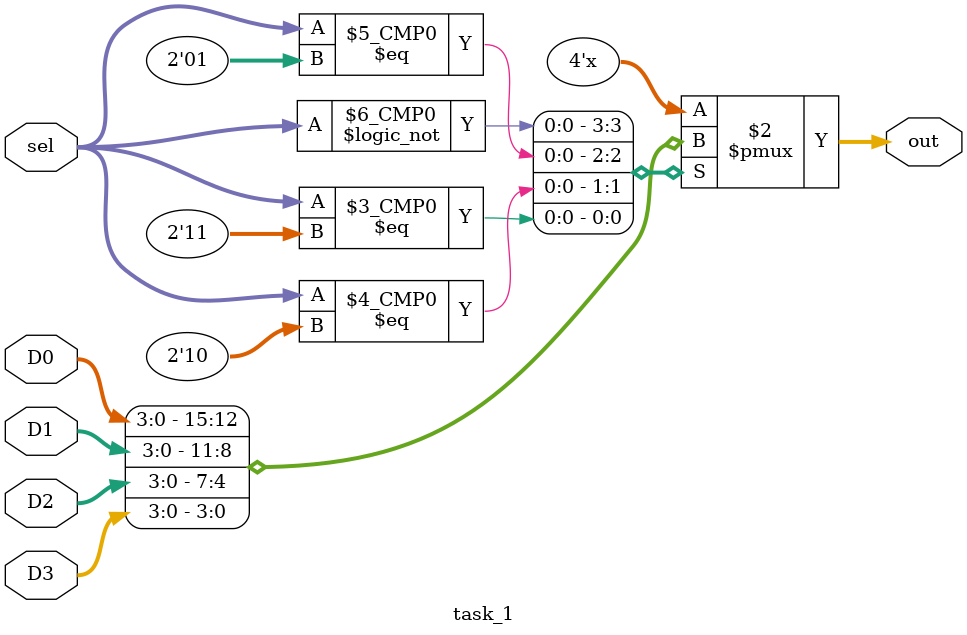
<source format=v>
module task_1(input [3:0] D0,
               input [3:0] D1,
                input [3:0] D2,
                 input [3:0] D3,
                  input [1:0] sel,
                   output reg [3:0] out);

   always @(D0 or D1 or D2 or D3 or sel) begin
          case(sel)
              2'b00 : out <= D0;
              2'b01 : out <= D1;
              2'b10 : out <= D2;
              2'b11 : out <= D3;
         endcase
   end
endmodule

</source>
